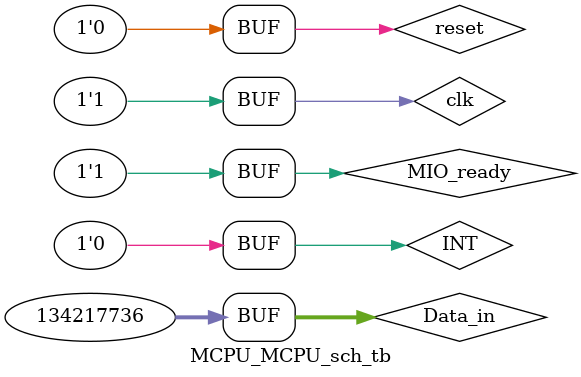
<source format=v>

`timescale 1ns / 1ps

module MCPU_MCPU_sch_tb();

// Inputs
   reg MIO_ready;
   reg clk;
   reg reset;
   reg [31:0] Data_in;
   reg INT;

// Output
   wire CPU_MIO;
   wire [31:0] PC_out;
   wire [31:0] inst_out;
   wire [31:0] Data_out;
   wire [31:0] Addr_out;
   wire [4:0] state;
   wire mem_w;

// Bidirs

// Instantiate the UUT
   MCPU UUT (
		.CPU_MIO(CPU_MIO), 
		.PC_out(PC_out), 
		.inst_out(inst_out), 
		.Data_out(Data_out), 
		.Addr_out(Addr_out), 
		.MIO_ready(MIO_ready), 
		.clk(clk), 
		.reset(reset), 
		.Data_in(Data_in), 
		.state(state), 
		.mem_w(mem_w), 
		.INT(INT)
   );
// Initialize Inputs
 initial begin
		MIO_ready = 1;
		clk = 0;
		reset = 1;
		Data_in = 0;
		INT = 0;
		
		#40;
		
		reset = 0;
		
		//add r1,r0,r0; R-format
		Data_in = 32'b000000_00000_00000_00001_00000_100000;
		#80;
		
		//lw r2,0(r1);
		Data_in = 32'b100011_00001_00010_00000_00000_000000;
		#60;
		Data_in = 32'd1;//r1
		#40;
		
		//sw r2,0(r1);
		Data_in = 32'b101011_00001_00010_00000_00000_000000;
		#80;
		//beq r1,r2,2;
		Data_in = 32'b000100_00010_00001_00000_00000_000010;
		#60;
		//j 32;
		Data_in = 32'b000010_00000_00000_00000_00000_001000;
		#60;
		
		end
    always begin
		clk = 0;#20;
		clk = 1;#20;
	end

endmodule

</source>
